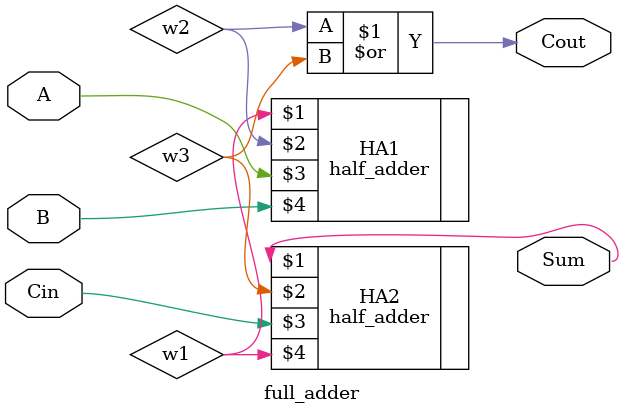
<source format=v>
module full_adder(Sum, Cout, A, B, Cin);
input A, B, Cin;
output Cout, Sum;
wire w1, w2, w3;

half_adder HA1(w1, w2, A, B);
half_adder HA2(Sum, w3, Cin, w1);
or (Cout, w2, w3);

endmodule
</source>
